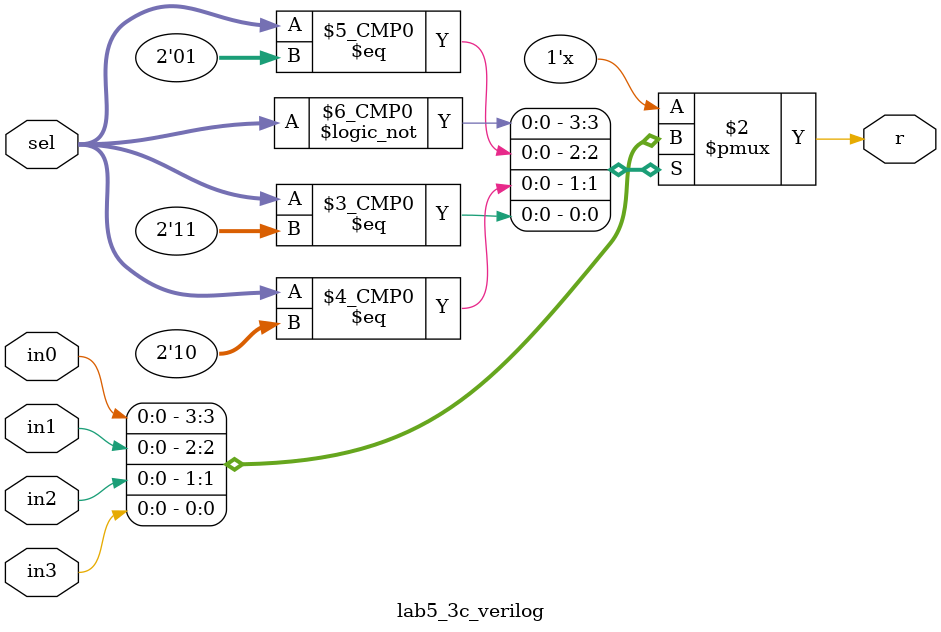
<source format=v>
`timescale 1ns / 1ps
module lab5_3c_verilog(
	input in0,in1,in2,in3,
	input [1:0]sel,
	output reg r
);


always @(*)
begin
	case(sel)
		2'b00:r<=in0;
		2'b01:r<=in1;
		2'b10:r<=in2;
		2'b11:r<=in3;
	endcase
end
endmodule

</source>
